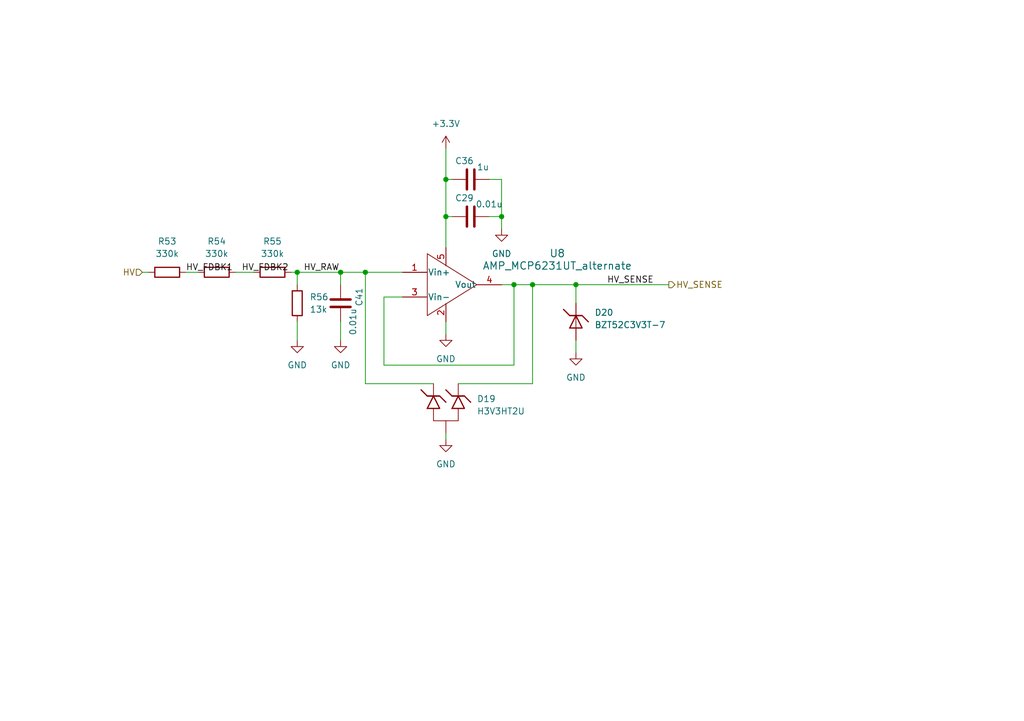
<source format=kicad_sch>
(kicad_sch (version 20250114) (generator "eeschema") (generator_version "9.0")
  (paper "A5")
  (lib_symbols
    (symbol "bots:AMP_MCP6231UT_alternate" (pin_names (offset 0.254))
      (property "Reference" "U8" (at -7.62 10.16 0))
      (property "Value" "AMP_MCP6231UT_alternate" (at -12.7 7.62 0))
      (symbol "AMP_MCP6231UT_alternate_0_1"
        (polyline (pts (xy -3.81 6.35) (xy 6.35 0) (xy -3.81 -6.35) (xy -3.81 6.35)))
      )
      (symbol "AMP_MCP6231UT_alternate_1_1"
        (pin input line (at -8.89 2.54 0) (length 4.95) (name "Vin+") (number "1"))
        (pin input line (at -8.89 -2.54 0) (length 4.95) (name "Vin-") (number "3"))
        (pin power_in line (at 0 7.62 270) (length 3.75) (name "~") (number "5"))
        (pin power_out line (at 0 -7.62 90) (length 3.75) (name "~") (number "2"))
        (pin output line (at 11.43 0 180) (length 4.99) (name "Vout") (number "4"))
      )
    )
    (symbol "bots:D_TVS_ESD" (pin_numbers (hide yes)) (pin_names (offset 1.016) (hide yes))
      (property "Reference" "D19" (at -0.6986 6.35 90))
      (property "Value" "H3V3HT2U" (at 1.8414 6.35 90))
      (symbol "D_TVS_ESD_0_1"
        (polyline (pts (xy -1.27 3.81) (xy -1.27 1.27) (xy -2.54 0)) (stroke (width 0.254)))
        (polyline (pts (xy -1.27 1.27) (xy -1.27 3.81) (xy 0 5.08)) (stroke (width 0.254)))
        (polyline (pts (xy -1.27 -1.27) (xy -1.27 -3.81) (xy -2.54 -5.08)) (stroke (width 0.254)))
        (polyline (pts (xy -1.27 -3.81) (xy -1.27 -1.27) (xy 0 0)) (stroke (width 0.254)))
        (polyline (pts (xy 1.27 2.54) (xy 3.81 2.54) (xy 3.81 -2.54) (xy 1.27 -2.54)))
        (polyline (pts (xy 1.27 1.27) (xy 1.27 3.81) (xy -1.27 2.54) (xy 1.27 1.27)) (stroke (width 0.254)))
        (polyline (pts (xy 1.27 -3.81) (xy 1.27 -1.27) (xy -1.27 -2.54) (xy 1.27 -3.81)) (stroke (width 0.254)))
      )
      (symbol "D_TVS_ESD_1_1"
        (pin passive line (at -3.81 2.54 0) (length 2.54) (name "~") (number "1"))
        (pin passive line (at -3.81 -2.54 0) (length 2.54) (name "~") (number "2"))
        (pin passive line (at 6.35 0 180) (length 2.54) (name "~") (number "3"))
      )
    )
    (symbol "bots:D_ZENER_BZT52C3V3T-7_alternate" (pin_numbers (hide yes)) (pin_names (offset 1.016) (hide yes))
      (property "Reference" "D20" (at -1.9051 3.81 90))
      (property "Value" "BZT52C3V3T-7" (at 0.6349 3.81 90))
      (symbol "D_ZENER_BZT52C3V3T-7_alternate_0_1"
        (polyline (pts (xy -1.27 1.27) (xy -1.27 -1.27) (xy -2.54 -2.54)) (stroke (width 0.254)))
        (polyline (pts (xy -1.27 -1.27) (xy -1.27 1.27) (xy 0 2.54)) (stroke (width 0.254)))
        (polyline (pts (xy 1.27 0) (xy -1.27 0)))
        (polyline (pts (xy 1.27 -1.27) (xy 1.27 1.27) (xy -1.27 0) (xy 1.27 -1.27)) (stroke (width 0.254)))
      )
      (symbol "D_ZENER_BZT52C3V3T-7_alternate_1_1"
        (pin passive line (at -3.81 0 0) (length 2.54) (name "K") (number "1"))
        (pin passive line (at 3.81 0 180) (length 2.54) (name "A") (number "2"))
      )
    )
    (symbol "power:+3.3V" (power) (pin_names (offset 0))
      (property "Value" "+3.3V" (at 0 3.556 0))
      (symbol "+3.3V_0_1"
        (polyline (pts (xy -0.762 1.27) (xy 0 2.54)))
        (polyline (pts (xy 0 2.54) (xy 0.762 1.27)))
        (polyline (pts (xy 0 0) (xy 0 2.54)))
      )
      (symbol "+3.3V_1_1"
        (pin power_in line (at 0 0 90) (length 0) (hide yes) (name "+3.3V") (number "1"))
      )
    )
    (symbol "power:GND" (power) (pin_names (offset 0))
      (property "Value" "GND" (at 0 -3.81 0))
      (symbol "GND_0_1"
        (polyline (pts (xy 0 0) (xy 0 -1.27) (xy 1.27 -1.27) (xy 0 -2.54) (xy -1.27 -1.27) (xy 0 -1.27)))
      )
      (symbol "GND_1_1"
        (pin power_in line (at 0 0 270) (length 0) (hide yes) (name "GND") (number "1"))
      )
    )
    (symbol "thebots_symlib:C_0.01u" (pin_numbers (hide yes)) (pin_names (offset 0.254))
      (property "Reference" "C" (at 0.635 2.54 0))
      (property "Value" "0.01u" (at 0.635 -2.54 0))
      (symbol "C_0.01u_0_1"
        (polyline (pts (xy -2.032 0.762) (xy 2.032 0.762)) (stroke (width 0.508)))
        (polyline (pts (xy -2.032 -0.762) (xy 2.032 -0.762)) (stroke (width 0.508)))
      )
      (symbol "C_0.01u_1_1"
        (pin passive line (at 0 3.81 270) (length 2.794) (name "~") (number "1"))
        (pin passive line (at 0 -3.81 90) (length 2.794) (name "~") (number "2"))
      )
    )
    (symbol "thebots_symlib:C_1u" (pin_numbers (hide yes)) (pin_names (offset 0.254))
      (property "Reference" "C" (at 0.635 2.54 0))
      (property "Value" "1u" (at 0.635 -2.54 0))
      (symbol "C_1u_0_1"
        (polyline (pts (xy -2.032 0.762) (xy 2.032 0.762)) (stroke (width 0.508)))
        (polyline (pts (xy -2.032 -0.762) (xy 2.032 -0.762)) (stroke (width 0.508)))
      )
      (symbol "C_1u_1_1"
        (pin passive line (at 0 3.81 270) (length 2.794) (name "~") (number "1"))
        (pin passive line (at 0 -3.81 90) (length 2.794) (name "~") (number "2"))
      )
    )
    (symbol "thebots_symlib:R_13k" (pin_numbers (hide yes)) (pin_names (offset 0))
      (property "Reference" "R" (at 2.032 0 90))
      (property "Value" "13k" (at 0 0 90))
      (symbol "R_13k_0_1"
        (rectangle (start -1.016 -2.54) (end 1.016 2.54) (stroke (width 0.254)))
      )
      (symbol "R_13k_1_1"
        (pin passive line (at 0 3.81 270) (length 1.27) (name "~") (number "1"))
        (pin passive line (at 0 -3.81 90) (length 1.27) (name "~") (number "2"))
      )
    )
    (symbol "thebots_symlib:R_330k" (pin_numbers (hide yes)) (pin_names (offset 0))
      (property "Reference" "R" (at 2.032 0 90))
      (property "Value" "330k" (at 0 0 90))
      (symbol "R_330k_0_1"
        (rectangle (start -1.016 -2.54) (end 1.016 2.54) (stroke (width 0.254)))
      )
      (symbol "R_330k_1_1"
        (pin passive line (at 0 3.81 270) (length 1.27) (name "~") (number "1"))
        (pin passive line (at 0 -3.81 90) (length 1.27) (name "~") (number "2"))
      )
    )
  )
  (junction (at 91.44 44.45))
  (junction (at 74.93 55.88))
  (junction (at 91.44 36.83))
  (junction (at 105.41 58.42))
  (junction (at 118.11 58.42))
  (junction (at 69.85 55.88))
  (junction (at 102.87 44.45))
  (junction (at 109.22 58.42))
  (junction (at 60.96 55.88))
  (wire (pts (xy 100.33 36.83) (xy 102.87 36.83)))
  (wire (pts (xy 118.11 58.42) (xy 137.16 58.42)))
  (wire (pts (xy 69.85 66.04) (xy 69.85 69.85)))
  (wire (pts (xy 38.1 55.88) (xy 40.64 55.88)))
  (wire (pts (xy 91.44 30.48) (xy 91.44 36.83)))
  (wire (pts (xy 105.41 58.42) (xy 102.87 58.42)))
  (wire (pts (xy 82.55 60.96) (xy 78.74 60.96)))
  (wire (pts (xy 109.22 58.42) (xy 118.11 58.42)))
  (wire (pts (xy 60.96 66.04) (xy 60.96 69.85)))
  (wire (pts (xy 91.44 66.04) (xy 91.44 68.58)))
  (wire (pts (xy 91.44 36.83) (xy 91.44 44.45)))
  (wire (pts (xy 88.9 78.74) (xy 74.93 78.74)))
  (wire (pts (xy 74.93 55.88) (xy 74.93 78.74)))
  (wire (pts (xy 59.69 55.88) (xy 60.96 55.88)))
  (wire (pts (xy 69.85 55.88) (xy 69.85 58.42)))
  (wire (pts (xy 78.74 60.96) (xy 78.74 74.93)))
  (wire (pts (xy 102.87 44.45) (xy 102.87 46.99)))
  (wire (pts (xy 48.26 55.88) (xy 52.07 55.88)))
  (wire (pts (xy 29.21 55.88) (xy 30.48 55.88)))
  (wire (pts (xy 92.71 44.45) (xy 91.44 44.45)))
  (wire (pts (xy 109.22 58.42) (xy 109.22 78.74)))
  (wire (pts (xy 118.11 69.85) (xy 118.11 72.39)))
  (wire (pts (xy 105.41 58.42) (xy 109.22 58.42)))
  (wire (pts (xy 92.71 36.83) (xy 91.44 36.83)))
  (wire (pts (xy 60.96 55.88) (xy 60.96 58.42)))
  (wire (pts (xy 91.44 88.9) (xy 91.44 90.17)))
  (wire (pts (xy 93.98 78.74) (xy 109.22 78.74)))
  (wire (pts (xy 100.33 44.45) (xy 102.87 44.45)))
  (wire (pts (xy 91.44 44.45) (xy 91.44 50.8)))
  (wire (pts (xy 78.74 74.93) (xy 105.41 74.93)))
  (wire (pts (xy 60.96 55.88) (xy 69.85 55.88)))
  (wire (pts (xy 118.11 58.42) (xy 118.11 62.23)))
  (wire (pts (xy 69.85 55.88) (xy 74.93 55.88)))
  (wire (pts (xy 74.93 55.88) (xy 82.55 55.88)))
  (wire (pts (xy 102.87 36.83) (xy 102.87 44.45)))
  (wire (pts (xy 105.41 74.93) (xy 105.41 58.42)))
  (label "HV_RAW" (at 62.23 55.88 0))
  (label "HV_FDBK1" (at 38.1 55.88 0))
  (label "HV_SENSE" (at 124.46 58.42 0))
  (label "HV_FDBK2" (at 49.53 55.88 0))
  (hierarchical_label "HV_SENSE" (shape output) (at 137.16 58.42 0))
  (hierarchical_label "HV" (shape input) (at 29.21 55.88 180))
  (symbol (lib_id "bots:AMP_MCP6231UT_alternate") (at 91.44 58.42 0) (unit 1)
    (property "Reference" "U8" (at 114.3 51.9998 0) (effects (font (size 1.524 1.524))))
    (property "Value" "AMP_MCP6231UT_alternate" (at 114.3 54.5398 0) (effects (font (size 1.524 1.524))))
    (property "Footprint" "bots:SOT-23-5" (effects (hide yes)))
    (property "Description" "Alt: 1MHz 15nA Op Amp" (effects (hide yes)))
    (property "MPN" "LMV321IDBVR" (effects (hide yes)))
    (property "Manufacturer" "Texas Instruments " (effects (hide yes)))
    (property "Price" "0.0955" (effects (hide yes)))
    (property "JLC" "SOT-23-5" (effects (hide yes)))
    (property "LCSC" "C7972" (effects (hide yes)))
    (property "JLC Extended" "no" (effects (hide yes)))
  )
  (symbol (lib_id "power:GND") (at 60.96 69.85 0) (unit 1)
    (property "Reference" "#PWR091" (effects (hide yes)))
    (property "Value" "GND" (at 60.96 74.93 0))
  )
  (symbol (lib_id "bots:D_ZENER_BZT52C3V3T-7_alternate") (at 118.11 66.04 270) (unit 1)
    (property "Reference" "D20" (at 121.92 64.1349 90) (effects (justify left)))
    (property "Value" "BZT52C3V3T-7" (at 121.92 66.6749 90) (effects (justify left)))
    (property "Footprint" "bots:D_SOD-523" (effects (hide yes)))
    (property "Description" "Zener diode" (effects (hide yes)))
    (property "MPN" "BZX584C3V3" (effects (hide yes)))
    (property "Manufacturer" "hongjiacheng" (effects (hide yes)))
    (property "Price" "0.0242" (effects (hide yes)))
    (property "JLC" "SOD-523" (effects (hide yes)))
    (property "LCSC" "C19077462" (effects (hide yes)))
    (property "JLC Extended" "no" (effects (hide yes)))
  )
  (symbol (lib_id "bots:D_TVS_ESD") (at 91.44 82.55 270) (unit 1)
    (property "Reference" "D19" (at 97.79 81.8514 90) (effects (justify left)))
    (property "Value" "H3V3HT2U" (at 97.79 84.3914 90) (effects (justify left)))
    (property "Footprint" "bots:SOT-23" (effects (hide yes)))
    (property "Description" "Zener diode ESD" (effects (hide yes)))
    (property "MPN" "H3V3HT2U" (effects (hide yes)))
    (property "Manufacturer" "hongjiacheng" (effects (hide yes)))
    (property "Price" "0.0379" (effects (hide yes)))
    (property "JLC" "SOT-23" (effects (hide yes)))
    (property "LCSC" "C20617924 " (effects (hide yes)))
    (property "extended" "no" (effects (hide yes)))
  )
  (symbol (lib_id "power:GND") (at 69.85 69.85 0) (unit 1)
    (property "Reference" "#PWR090" (effects (hide yes)))
    (property "Value" "GND" (at 69.85 74.93 0))
  )
  (symbol (lib_id "thebots_symlib:R_330k") (at 55.88 55.88 90) (unit 1)
    (property "Reference" "R55" (at 55.88 49.53 90))
    (property "Value" "330k" (at 55.88 52.07 90))
    (property "Footprint" "bots:R_0603_1608Metric" (effects (hide yes)))
    (property "MPN" "0603WAF3303T5E" (effects (hide yes)))
    (property "Manufacturer" "UNI-ROYAL(Uniroyal Elec)" (effects (hide yes)))
    (property "Price" "0.0009" (effects (hide yes)))
    (property "JLC" "0603" (effects (hide yes)))
    (property "LCSC" "C23137" (effects (hide yes)))
    (property "JLC Extended" "no" (effects (hide yes)))
  )
  (symbol (lib_id "power:GND") (at 102.87 46.99 0) (unit 1)
    (property "Reference" "#PWR089" (effects (hide yes)))
    (property "Value" "GND" (at 102.87 52.07 0))
  )
  (symbol (lib_id "thebots_symlib:C_0.01u") (at 69.85 62.23 0) (unit 1)
    (property "Reference" "C41" (at 73.66 60.96 90))
    (property "Value" "0.01u" (at 72.39 66.04 90))
    (property "Footprint" "bots:C_0603_1608Metric" (effects (hide yes)))
    (property "MPN" "0603B103K500NT" (effects (hide yes)))
    (property "Manufacturer" "YAGEO" (effects (hide yes)))
    (property "Price" "0.0021" (effects (hide yes)))
    (property "JLC" "0603" (effects (hide yes)))
    (property "LCSC" "C57112" (effects (hide yes)))
    (property "JLC Extended" "no" (effects (hide yes)))
  )
  (symbol (lib_id "thebots_symlib:R_330k") (at 44.45 55.88 90) (unit 1)
    (property "Reference" "R54" (at 44.45 49.53 90))
    (property "Value" "330k" (at 44.45 52.07 90))
    (property "Footprint" "bots:R_0603_1608Metric" (effects (hide yes)))
    (property "MPN" "0603WAF3303T5E" (effects (hide yes)))
    (property "Manufacturer" "UNI-ROYAL(Uniroyal Elec)" (effects (hide yes)))
    (property "Price" "0.0009" (effects (hide yes)))
    (property "JLC" "0603" (effects (hide yes)))
    (property "LCSC" "C23137" (effects (hide yes)))
    (property "JLC Extended" "no" (effects (hide yes)))
  )
  (symbol (lib_id "thebots_symlib:C_0.01u") (at 96.52 44.45 90) (unit 1)
    (property "Reference" "C29" (at 95.25 40.64 90))
    (property "Value" "0.01u" (at 100.33 41.91 90))
    (property "Footprint" "bots:C_0603_1608Metric" (effects (hide yes)))
    (property "MPN" "0603B103K500NT" (effects (hide yes)))
    (property "Manufacturer" "YAGEO" (effects (hide yes)))
    (property "Price" "0.0021" (effects (hide yes)))
    (property "JLC" "0603" (effects (hide yes)))
    (property "LCSC" "C57112" (effects (hide yes)))
    (property "JLC Extended" "no" (effects (hide yes)))
  )
  (symbol (lib_id "power:GND") (at 118.11 72.39 0) (unit 1)
    (property "Reference" "#PWR092" (effects (hide yes)))
    (property "Value" "GND" (at 118.11 77.47 0))
  )
  (symbol (lib_id "thebots_symlib:R_330k") (at 34.29 55.88 90) (unit 1)
    (property "Reference" "R53" (at 34.29 49.53 90))
    (property "Value" "330k" (at 34.29 52.07 90))
    (property "Footprint" "bots:R_0603_1608Metric" (effects (hide yes)))
    (property "MPN" "0603WAF3303T5E" (effects (hide yes)))
    (property "Manufacturer" "UNI-ROYAL(Uniroyal Elec)" (effects (hide yes)))
    (property "Price" "0.0009" (effects (hide yes)))
    (property "JLC" "0603" (effects (hide yes)))
    (property "LCSC" "C23137" (effects (hide yes)))
    (property "JLC Extended" "no" (effects (hide yes)))
  )
  (symbol (lib_id "thebots_symlib:R_13k") (at 60.96 62.23 0) (unit 1)
    (property "Reference" "R56" (at 63.5 60.96 0) (effects (justify left)))
    (property "Value" "13k" (at 63.5 63.5 0) (effects (justify left)))
    (property "Footprint" "bots:R_0603_1608Metric" (effects (hide yes)))
    (property "MPN" "0603WAF1302T5E" (effects (hide yes)))
    (property "Manufacturer" "UNI-ROYAL(Uniroyal Elec)" (effects (hide yes)))
    (property "Price" "0.0008" (effects (hide yes)))
    (property "JLC" "0603" (effects (hide yes)))
    (property "LCSC" "C22797" (effects (hide yes)))
    (property "JLC Extended" "no" (effects (hide yes)))
  )
  (symbol (lib_id "power:+3.3V") (at 91.44 30.48 0) (unit 1)
    (property "Reference" "#PWR088" (effects (hide yes)))
    (property "Value" "+3.3V" (at 91.44 25.4 0))
  )
  (symbol (lib_id "thebots_symlib:C_1u") (at 96.52 36.83 90) (unit 1)
    (property "Reference" "C36" (at 95.25 33.02 90))
    (property "Value" "1u" (at 99.06 34.29 90))
    (property "Footprint" "bots:C_0603_1608Metric" (effects (hide yes)))
    (property "MPN" "CL10A105KB8NNNC" (effects (hide yes)))
    (property "Manufacturer" "Samsung Electro-Mechanics" (effects (hide yes)))
    (property "Price" "0.0046" (effects (hide yes)))
    (property "JLC" "0603" (effects (hide yes)))
    (property "LCSC" "C15849" (effects (hide yes)))
    (property "JLC Extended" "no" (effects (hide yes)))
  )
  (symbol (lib_id "power:GND") (at 91.44 68.58 0) (unit 1)
    (property "Reference" "#PWR086" (effects (hide yes)))
    (property "Value" "GND" (at 91.44 73.66 0))
  )
  (symbol (lib_id "power:GND") (at 91.44 90.17 0) (unit 1)
    (property "Reference" "#PWR087" (effects (hide yes)))
    (property "Value" "GND" (at 91.44 95.25 0))
  )
)
</source>
